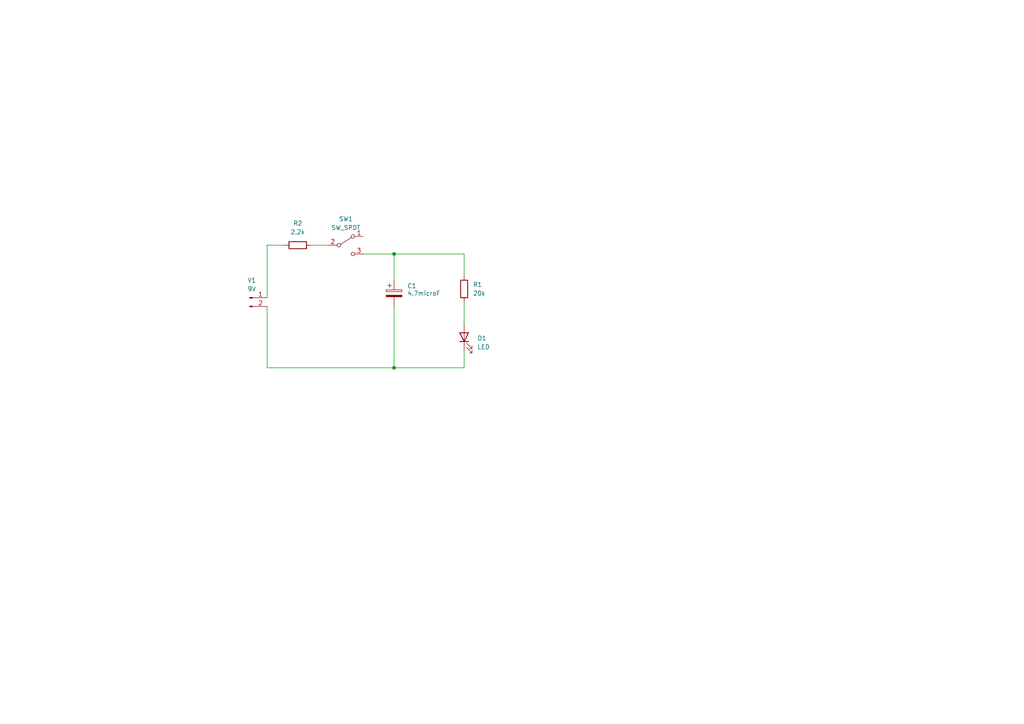
<source format=kicad_sch>
(kicad_sch (version 20211123) (generator eeschema)
  (paper "A4")
  (lib_symbols
    (symbol "Connector:Conn_01x02_Male" (pin_names (offset 1.016) hide)
      (property "Reference" "J" (at 0 2.54 0))
      (property "Value" "Conn_01x02_Male" (at 0 -5.08 0))
      (symbol "Conn_01x02_Male_1_1"
        (polyline (pts (xy 1.27 -2.54) (xy 0.8636 -2.54)) (stroke (width 0.1524)))
        (polyline (pts (xy 1.27 0) (xy 0.8636 0)) (stroke (width 0.1524)))
        (rectangle (start 0.8636 -2.413) (end 0 -2.667) (stroke (width 0.1524)) (fill (type outline)))
        (rectangle (start 0.8636 0.127) (end 0 -0.127) (stroke (width 0.1524)) (fill (type outline)))
        (pin passive line (at 5.08 0 180) (length 3.81) (name "Pin_1") (number "1"))
        (pin passive line (at 5.08 -2.54 180) (length 3.81) (name "Pin_2") (number "2"))
      )
    )
    (symbol "Device:C_Polarized" (pin_numbers hide) (pin_names (offset 0.254))
      (property "Reference" "C" (at 0.635 2.54 0))
      (property "Value" "C_Polarized" (at 0.635 -2.54 0))
      (symbol "C_Polarized_0_1"
        (rectangle (start -2.286 0.508) (end 2.286 1.016))
        (polyline (pts (xy -1.778 2.286) (xy -0.762 2.286)))
        (polyline (pts (xy -1.27 2.794) (xy -1.27 1.778)))
        (rectangle (start 2.286 -0.508) (end -2.286 -1.016) (fill (type outline)))
      )
      (symbol "C_Polarized_1_1"
        (pin passive line (at 0 3.81 270) (length 2.794) (name "~") (number "1"))
        (pin passive line (at 0 -3.81 90) (length 2.794) (name "~") (number "2"))
      )
    )
    (symbol "Device:LED" (pin_numbers hide) (pin_names (offset 1.016) hide)
      (property "Reference" "D" (at 0 2.54 0))
      (property "Value" "LED" (at 0 -2.54 0))
      (symbol "LED_0_1"
        (polyline (pts (xy -1.27 -1.27) (xy -1.27 1.27)) (stroke (width 0.254)))
        (polyline (pts (xy -1.27 0) (xy 1.27 0)))
        (polyline (pts (xy 1.27 -1.27) (xy 1.27 1.27) (xy -1.27 0) (xy 1.27 -1.27)) (stroke (width 0.254)))
        (polyline (pts (xy -3.048 -0.762) (xy -4.572 -2.286) (xy -3.81 -2.286) (xy -4.572 -2.286) (xy -4.572 -1.524)))
        (polyline (pts (xy -1.778 -0.762) (xy -3.302 -2.286) (xy -2.54 -2.286) (xy -3.302 -2.286) (xy -3.302 -1.524)))
      )
      (symbol "LED_1_1"
        (pin passive line (at -3.81 0 0) (length 2.54) (name "K") (number "1"))
        (pin passive line (at 3.81 0 180) (length 2.54) (name "A") (number "2"))
      )
    )
    (symbol "Device:R" (pin_numbers hide) (pin_names (offset 0))
      (property "Reference" "R" (at 2.032 0 90))
      (property "Value" "R" (at 0 0 90))
      (symbol "R_0_1"
        (rectangle (start -1.016 -2.54) (end 1.016 2.54) (stroke (width 0.254)))
      )
      (symbol "R_1_1"
        (pin passive line (at 0 3.81 270) (length 1.27) (name "~") (number "1"))
        (pin passive line (at 0 -3.81 90) (length 1.27) (name "~") (number "2"))
      )
    )
    (symbol "Switch:SW_SPDT" (pin_names (offset 0) hide)
      (property "Reference" "SW" (at 0 4.318 0))
      (property "Value" "SW_SPDT" (at 0 -5.08 0))
      (symbol "SW_SPDT_0_0"
        (circle (center -2.032 0) (radius 0.508))
        (circle (center 2.032 -2.54) (radius 0.508))
      )
      (symbol "SW_SPDT_0_1"
        (polyline (pts (xy -1.524 0.254) (xy 1.651 2.286)))
        (circle (center 2.032 2.54) (radius 0.508))
      )
      (symbol "SW_SPDT_1_1"
        (pin passive line (at 5.08 2.54 180) (length 2.54) (name "A") (number "1"))
        (pin passive line (at -5.08 0 0) (length 2.54) (name "B") (number "2"))
        (pin passive line (at 5.08 -2.54 180) (length 2.54) (name "C") (number "3"))
      )
    )
  )
  (junction (at 114.3 106.68))
  (junction (at 114.3 73.66))
  (wire (pts (xy 134.62 73.66) (xy 134.62 80.01)))
  (wire (pts (xy 82.55 71.12) (xy 77.47 71.12)))
  (wire (pts (xy 77.47 71.12) (xy 77.47 86.36)))
  (wire (pts (xy 114.3 106.68) (xy 134.62 106.68)))
  (wire (pts (xy 105.41 73.66) (xy 114.3 73.66)))
  (wire (pts (xy 114.3 88.9) (xy 114.3 106.68)))
  (wire (pts (xy 77.47 88.9) (xy 77.47 106.68)))
  (wire (pts (xy 90.17 71.12) (xy 95.25 71.12)))
  (wire (pts (xy 134.62 101.6) (xy 134.62 106.68)))
  (wire (pts (xy 114.3 73.66) (xy 134.62 73.66)))
  (wire (pts (xy 134.62 87.63) (xy 134.62 93.98)))
  (wire (pts (xy 77.47 106.68) (xy 114.3 106.68)))
  (wire (pts (xy 114.3 73.66) (xy 114.3 81.28)))
  (symbol (lib_id "Device:R") (at 86.36 71.12 270) (unit 1)
    (property "Reference" "R2" (at 86.36 64.77 90))
    (property "Value" "2.2k" (at 86.36 67.31 90))
  )
  (symbol (lib_id "Device:C_Polarized") (at 114.3 85.09 0) (unit 1)
    (property "Reference" "C1" (at 118.11 82.9309 0) (effects (justify left)))
    (property "Value" "4.7microF" (at 118.11 85.09 0) (effects (justify left)))
  )
  (symbol (lib_id "Device:LED") (at 134.62 97.79 90) (unit 1)
    (property "Reference" "D1" (at 138.43 98.1074 90) (effects (justify right)))
    (property "Value" "LED" (at 138.43 100.6474 90) (effects (justify right)))
  )
  (symbol (lib_id "Device:R") (at 134.62 83.82 0) (unit 1)
    (property "Reference" "R1" (at 137.16 82.5499 0) (effects (justify left)))
    (property "Value" "20k" (at 137.16 85.0899 0) (effects (justify left)))
  )
  (symbol (lib_id "Connector:Conn_01x02_Male") (at 72.39 86.36 0) (unit 1)
    (property "Reference" "V1" (at 73.025 81.28 0))
    (property "Value" "9V" (at 73.025 83.82 0))
  )
  (symbol (lib_id "Switch:SW_SPDT") (at 100.33 71.12 0) (unit 1)
    (property "Reference" "SW1" (at 100.33 63.5 0))
    (property "Value" "SW_SPDT" (at 100.33 66.04 0))
  )
)
</source>
